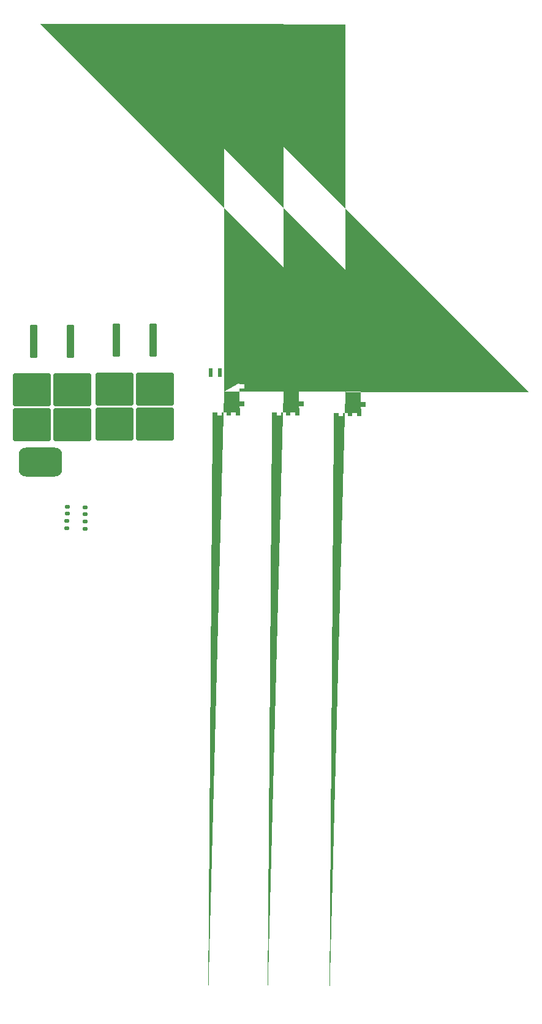
<source format=gbr>
%TF.GenerationSoftware,KiCad,Pcbnew,8.0.0*%
%TF.CreationDate,2024-03-24T11:48:13-04:00*%
%TF.ProjectId,coil-driver,636f696c-2d64-4726-9976-65722e6b6963,rev?*%
%TF.SameCoordinates,Original*%
%TF.FileFunction,Paste,Bot*%
%TF.FilePolarity,Positive*%
%FSLAX46Y46*%
G04 Gerber Fmt 4.6, Leading zero omitted, Abs format (unit mm)*
G04 Created by KiCad (PCBNEW 8.0.0) date 2024-03-24 11:48:13*
%MOMM*%
%LPD*%
G01*
G04 APERTURE LIST*
G04 Aperture macros list*
%AMRoundRect*
0 Rectangle with rounded corners*
0 $1 Rounding radius*
0 $2 $3 $4 $5 $6 $7 $8 $9 X,Y pos of 4 corners*
0 Add a 4 corners polygon primitive as box body*
4,1,4,$2,$3,$4,$5,$6,$7,$8,$9,$2,$3,0*
0 Add four circle primitives for the rounded corners*
1,1,$1+$1,$2,$3*
1,1,$1+$1,$4,$5*
1,1,$1+$1,$6,$7*
1,1,$1+$1,$8,$9*
0 Add four rect primitives between the rounded corners*
20,1,$1+$1,$2,$3,$4,$5,0*
20,1,$1+$1,$4,$5,$6,$7,0*
20,1,$1+$1,$6,$7,$8,$9,0*
20,1,$1+$1,$8,$9,$2,$3,0*%
%AMFreePoly0*
4,1,77,2.150354,1.215354,2.150500,1.215000,2.150500,1.035500,2.805000,1.035500,2.805354,1.035354,2.805500,1.035000,2.805500,0.435000,2.805354,0.434646,2.805000,0.434500,2.150500,0.434500,2.150500,-1.389500,2.805000,-1.389500,2.805354,-1.389646,2.805500,-1.390000,2.805500,-1.990000,2.805354,-1.990354,2.805000,-1.990500,2.150500,-1.990500,2.150500,-2.284500,2.210000,-2.284500,
2.210354,-2.284646,2.210500,-2.285000,2.210500,-3.305000,2.210354,-3.305354,2.210000,-3.305500,1.600000,-3.305500,1.599646,-3.305354,1.599500,-3.305000,1.599500,-2.885500,0.940500,-2.885500,0.940500,-3.305000,0.940354,-3.305354,0.940000,-3.305500,0.330000,-3.305500,0.329646,-3.305354,0.329500,-3.305000,0.329500,-2.885500,-0.329500,-2.885500,-0.329500,-3.305000,-0.329646,-3.305354,
-0.330000,-3.305500,-0.940000,-3.305500,-0.940354,-3.305354,-0.940500,-3.305000,-0.940500,-2.885500,-1.599500,-2.885500,-1.599500,-3.305000,-1.599646,-3.305354,-1.600000,-3.305500,-2.210000,-3.305500,-2.210354,-3.305354,-2.210500,-3.305000,-2.210500,-2.285000,-2.210354,-2.284646,-2.210000,-2.284500,-2.150500,-2.284500,-2.150500,-1.990500,-2.805000,-1.990500,-2.805354,-1.990354,-2.805500,-1.990000,
-2.805500,-1.390000,-2.805354,-1.389646,-2.805000,-1.389500,-2.150500,-1.389500,-2.150500,0.434500,-2.805000,0.434500,-2.805354,0.434646,-2.805500,0.435000,-2.805500,1.035000,-2.805354,1.035354,-2.805000,1.035500,-2.150500,1.035500,-2.150500,1.215000,-2.150354,1.215354,-2.150000,1.215500,2.150000,1.215500,2.150354,1.215354,2.150354,1.215354,$1*%
G04 Aperture macros list end*
%ADD10RoundRect,0.250000X-2.375000X2.025000X-2.375000X-2.025000X2.375000X-2.025000X2.375000X2.025000X0*%
%ADD11RoundRect,0.275000X-0.275000X2.025000X-0.275000X-2.025000X0.275000X-2.025000X0.275000X2.025000X0*%
%ADD12RoundRect,0.250000X0.450000X-0.350000X0.450000X0.350000X-0.450000X0.350000X-0.450000X-0.350000X0*%
%ADD13RoundRect,0.147500X-0.172500X0.147500X-0.172500X-0.147500X0.172500X-0.147500X0.172500X0.147500X0*%
%ADD14RoundRect,0.135000X0.185000X-0.135000X0.185000X0.135000X-0.185000X0.135000X-0.185000X-0.135000X0*%
%ADD15R,0.610000X1.270000*%
%ADD16FreePoly0,0.000000*%
%ADD17RoundRect,1.000000X2.000000X1.000000X-2.000000X1.000000X-2.000000X-1.000000X2.000000X-1.000000X0*%
G04 APERTURE END LIST*
D10*
%TO.C,D4*%
X116250000Y-117600000D03*
X110700000Y-117600000D03*
X116250000Y-122450000D03*
X110700000Y-122450000D03*
D11*
X110935000Y-110875000D03*
X116015000Y-110875000D03*
%TD*%
D12*
%TO.C,R8*%
X146700000Y-117300000D03*
X146700000Y-115300000D03*
%TD*%
D13*
%TO.C,D5*%
X106600000Y-133915000D03*
X106600000Y-134885000D03*
%TD*%
D14*
%TO.C,R11*%
X106600000Y-136910000D03*
X106600000Y-135890000D03*
%TD*%
D15*
%TO.C,Q3*%
X123950000Y-115300000D03*
X125220000Y-115300000D03*
X126490000Y-115300000D03*
X127760000Y-115300000D03*
D16*
X125855000Y-117970000D03*
%TD*%
D13*
%TO.C,D6*%
X104117500Y-133832500D03*
X104117500Y-134802500D03*
%TD*%
D10*
%TO.C,D3*%
X104800000Y-117700000D03*
X99250000Y-117700000D03*
X104800000Y-122550000D03*
X99250000Y-122550000D03*
D11*
X99485000Y-110975000D03*
X104565000Y-110975000D03*
%TD*%
D12*
%TO.C,R10*%
X129950000Y-117300000D03*
X129950000Y-115300000D03*
%TD*%
D17*
%TO.C,J1*%
X100400000Y-127700000D03*
%TD*%
D12*
%TO.C,R9*%
X138400000Y-117200000D03*
X138400000Y-115200000D03*
%TD*%
D14*
%TO.C,R12*%
X104100000Y-136810000D03*
X104100000Y-135790000D03*
%TD*%
D15*
%TO.C,Q1*%
X132140000Y-115300000D03*
X133410000Y-115300000D03*
X134680000Y-115300000D03*
X135950000Y-115300000D03*
D16*
X134045000Y-117970000D03*
%TD*%
D15*
%TO.C,Q2*%
X140695000Y-115330000D03*
X141965000Y-115330000D03*
X143235000Y-115330000D03*
X144505000Y-115330000D03*
D16*
X142600000Y-118000000D03*
%TD*%
M02*

</source>
